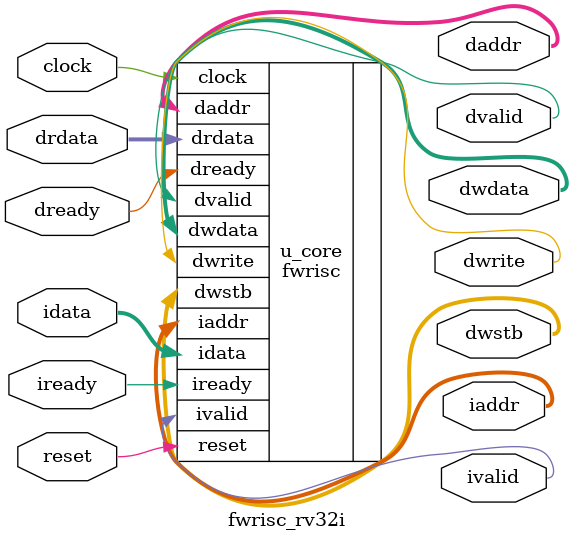
<source format=sv>
/****************************************************************************
 * fwrisc_rv32i.sv
 ****************************************************************************/

/**
 * Module: fwrisc_rv32i
 * 
 * FWRISC RV32I configuration
 */
module fwrisc_rv32i(
		input			clock,
		input			reset,
		
		output[31:0]	iaddr,
		input[31:0]		idata,
		output			ivalid,
		input			iready,
		
		output			dvalid,
		output[31:0]	daddr,
		output[31:0]	dwdata,
		output[3:0]		dwstb,
		output			dwrite,
		input[31:0]		drdata,
		input			dready		
		);
	
	fwrisc #(
		.ENABLE_COMPRESSED  (0), 
		.ENABLE_MUL_DIV     (0), 
		.ENABLE_DEP         (0), 
		.ENABLE_COUNTERS    (1)
		) u_core (
		.clock              (clock             ), 
		.reset              (reset             ), 
		.iaddr              (iaddr             ), 
		.idata              (idata             ), 
		.ivalid             (ivalid            ), 
		.iready             (iready            ), 
		.dvalid             (dvalid            ), 
		.daddr              (daddr             ), 
		.dwdata             (dwdata            ), 
		.dwstb              (dwstb             ), 
		.dwrite             (dwrite            ), 
		.drdata             (drdata            ), 
		.dready             (dready            ));

endmodule



</source>
